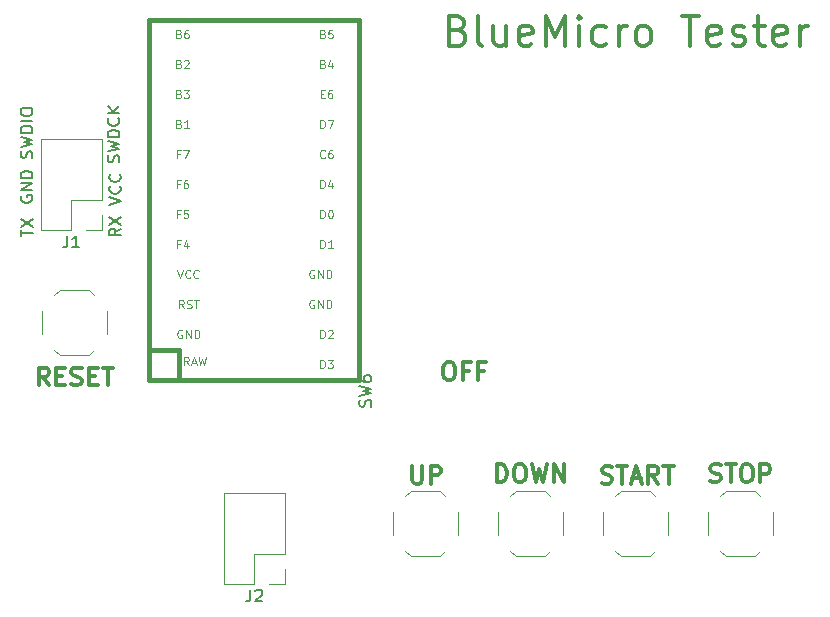
<source format=gbr>
G04 #@! TF.GenerationSoftware,KiCad,Pcbnew,(5.0.0)*
G04 #@! TF.CreationDate,2018-09-23T18:34:32-06:00*
G04 #@! TF.ProjectId,EByte_E73_tester,45427974655F4537335F746573746572,rev?*
G04 #@! TF.SameCoordinates,Original*
G04 #@! TF.FileFunction,Legend,Top*
G04 #@! TF.FilePolarity,Positive*
%FSLAX46Y46*%
G04 Gerber Fmt 4.6, Leading zero omitted, Abs format (unit mm)*
G04 Created by KiCad (PCBNEW (5.0.0)) date 09/23/18 18:34:32*
%MOMM*%
%LPD*%
G01*
G04 APERTURE LIST*
%ADD10C,0.300000*%
%ADD11C,0.150000*%
%ADD12C,0.381000*%
%ADD13C,0.120000*%
%ADD14C,0.100000*%
G04 APERTURE END LIST*
D10*
X98901428Y-112589571D02*
X99187142Y-112589571D01*
X99330000Y-112661000D01*
X99472857Y-112803857D01*
X99544285Y-113089571D01*
X99544285Y-113589571D01*
X99472857Y-113875285D01*
X99330000Y-114018142D01*
X99187142Y-114089571D01*
X98901428Y-114089571D01*
X98758571Y-114018142D01*
X98615714Y-113875285D01*
X98544285Y-113589571D01*
X98544285Y-113089571D01*
X98615714Y-112803857D01*
X98758571Y-112661000D01*
X98901428Y-112589571D01*
X100687142Y-113303857D02*
X100187142Y-113303857D01*
X100187142Y-114089571D02*
X100187142Y-112589571D01*
X100901428Y-112589571D01*
X101972857Y-113303857D02*
X101472857Y-113303857D01*
X101472857Y-114089571D02*
X101472857Y-112589571D01*
X102187142Y-112589571D01*
X99819809Y-84466928D02*
X100176952Y-84585976D01*
X100296000Y-84705023D01*
X100415047Y-84943119D01*
X100415047Y-85300261D01*
X100296000Y-85538357D01*
X100176952Y-85657404D01*
X99938857Y-85776452D01*
X98986476Y-85776452D01*
X98986476Y-83276452D01*
X99819809Y-83276452D01*
X100057904Y-83395500D01*
X100176952Y-83514547D01*
X100296000Y-83752642D01*
X100296000Y-83990738D01*
X100176952Y-84228833D01*
X100057904Y-84347880D01*
X99819809Y-84466928D01*
X98986476Y-84466928D01*
X101843619Y-85776452D02*
X101605523Y-85657404D01*
X101486476Y-85419309D01*
X101486476Y-83276452D01*
X103867428Y-84109785D02*
X103867428Y-85776452D01*
X102796000Y-84109785D02*
X102796000Y-85419309D01*
X102915047Y-85657404D01*
X103153142Y-85776452D01*
X103510285Y-85776452D01*
X103748380Y-85657404D01*
X103867428Y-85538357D01*
X106010285Y-85657404D02*
X105772190Y-85776452D01*
X105296000Y-85776452D01*
X105057904Y-85657404D01*
X104938857Y-85419309D01*
X104938857Y-84466928D01*
X105057904Y-84228833D01*
X105296000Y-84109785D01*
X105772190Y-84109785D01*
X106010285Y-84228833D01*
X106129333Y-84466928D01*
X106129333Y-84705023D01*
X104938857Y-84943119D01*
X107200761Y-85776452D02*
X107200761Y-83276452D01*
X108034095Y-85062166D01*
X108867428Y-83276452D01*
X108867428Y-85776452D01*
X110057904Y-85776452D02*
X110057904Y-84109785D01*
X110057904Y-83276452D02*
X109938857Y-83395500D01*
X110057904Y-83514547D01*
X110176952Y-83395500D01*
X110057904Y-83276452D01*
X110057904Y-83514547D01*
X112319809Y-85657404D02*
X112081714Y-85776452D01*
X111605523Y-85776452D01*
X111367428Y-85657404D01*
X111248380Y-85538357D01*
X111129333Y-85300261D01*
X111129333Y-84585976D01*
X111248380Y-84347880D01*
X111367428Y-84228833D01*
X111605523Y-84109785D01*
X112081714Y-84109785D01*
X112319809Y-84228833D01*
X113391238Y-85776452D02*
X113391238Y-84109785D01*
X113391238Y-84585976D02*
X113510285Y-84347880D01*
X113629333Y-84228833D01*
X113867428Y-84109785D01*
X114105523Y-84109785D01*
X115296000Y-85776452D02*
X115057904Y-85657404D01*
X114938857Y-85538357D01*
X114819809Y-85300261D01*
X114819809Y-84585976D01*
X114938857Y-84347880D01*
X115057904Y-84228833D01*
X115296000Y-84109785D01*
X115653142Y-84109785D01*
X115891238Y-84228833D01*
X116010285Y-84347880D01*
X116129333Y-84585976D01*
X116129333Y-85300261D01*
X116010285Y-85538357D01*
X115891238Y-85657404D01*
X115653142Y-85776452D01*
X115296000Y-85776452D01*
X118748380Y-83276452D02*
X120176952Y-83276452D01*
X119462666Y-85776452D02*
X119462666Y-83276452D01*
X121962666Y-85657404D02*
X121724571Y-85776452D01*
X121248380Y-85776452D01*
X121010285Y-85657404D01*
X120891238Y-85419309D01*
X120891238Y-84466928D01*
X121010285Y-84228833D01*
X121248380Y-84109785D01*
X121724571Y-84109785D01*
X121962666Y-84228833D01*
X122081714Y-84466928D01*
X122081714Y-84705023D01*
X120891238Y-84943119D01*
X123034095Y-85657404D02*
X123272190Y-85776452D01*
X123748380Y-85776452D01*
X123986476Y-85657404D01*
X124105523Y-85419309D01*
X124105523Y-85300261D01*
X123986476Y-85062166D01*
X123748380Y-84943119D01*
X123391238Y-84943119D01*
X123153142Y-84824071D01*
X123034095Y-84585976D01*
X123034095Y-84466928D01*
X123153142Y-84228833D01*
X123391238Y-84109785D01*
X123748380Y-84109785D01*
X123986476Y-84228833D01*
X124819809Y-84109785D02*
X125772190Y-84109785D01*
X125176952Y-83276452D02*
X125176952Y-85419309D01*
X125295999Y-85657404D01*
X125534095Y-85776452D01*
X125772190Y-85776452D01*
X127557904Y-85657404D02*
X127319809Y-85776452D01*
X126843619Y-85776452D01*
X126605523Y-85657404D01*
X126486476Y-85419309D01*
X126486476Y-84466928D01*
X126605523Y-84228833D01*
X126843619Y-84109785D01*
X127319809Y-84109785D01*
X127557904Y-84228833D01*
X127676952Y-84466928D01*
X127676952Y-84705023D01*
X126486476Y-84943119D01*
X128748380Y-85776452D02*
X128748380Y-84109785D01*
X128748380Y-84585976D02*
X128867428Y-84347880D01*
X128986476Y-84228833D01*
X129224571Y-84109785D01*
X129462666Y-84109785D01*
X95912928Y-121352571D02*
X95912928Y-122566857D01*
X95984357Y-122709714D01*
X96055785Y-122781142D01*
X96198642Y-122852571D01*
X96484357Y-122852571D01*
X96627214Y-122781142D01*
X96698642Y-122709714D01*
X96770071Y-122566857D01*
X96770071Y-121352571D01*
X97484357Y-122852571D02*
X97484357Y-121352571D01*
X98055785Y-121352571D01*
X98198642Y-121424000D01*
X98270071Y-121495428D01*
X98341500Y-121638285D01*
X98341500Y-121852571D01*
X98270071Y-121995428D01*
X98198642Y-122066857D01*
X98055785Y-122138285D01*
X97484357Y-122138285D01*
X103096571Y-122725571D02*
X103096571Y-121225571D01*
X103453714Y-121225571D01*
X103668000Y-121297000D01*
X103810857Y-121439857D01*
X103882285Y-121582714D01*
X103953714Y-121868428D01*
X103953714Y-122082714D01*
X103882285Y-122368428D01*
X103810857Y-122511285D01*
X103668000Y-122654142D01*
X103453714Y-122725571D01*
X103096571Y-122725571D01*
X104882285Y-121225571D02*
X105168000Y-121225571D01*
X105310857Y-121297000D01*
X105453714Y-121439857D01*
X105525142Y-121725571D01*
X105525142Y-122225571D01*
X105453714Y-122511285D01*
X105310857Y-122654142D01*
X105168000Y-122725571D01*
X104882285Y-122725571D01*
X104739428Y-122654142D01*
X104596571Y-122511285D01*
X104525142Y-122225571D01*
X104525142Y-121725571D01*
X104596571Y-121439857D01*
X104739428Y-121297000D01*
X104882285Y-121225571D01*
X106025142Y-121225571D02*
X106382285Y-122725571D01*
X106668000Y-121654142D01*
X106953714Y-122725571D01*
X107310857Y-121225571D01*
X107882285Y-122725571D02*
X107882285Y-121225571D01*
X108739428Y-122725571D01*
X108739428Y-121225571D01*
X111970714Y-122781142D02*
X112185000Y-122852571D01*
X112542142Y-122852571D01*
X112685000Y-122781142D01*
X112756428Y-122709714D01*
X112827857Y-122566857D01*
X112827857Y-122424000D01*
X112756428Y-122281142D01*
X112685000Y-122209714D01*
X112542142Y-122138285D01*
X112256428Y-122066857D01*
X112113571Y-121995428D01*
X112042142Y-121924000D01*
X111970714Y-121781142D01*
X111970714Y-121638285D01*
X112042142Y-121495428D01*
X112113571Y-121424000D01*
X112256428Y-121352571D01*
X112613571Y-121352571D01*
X112827857Y-121424000D01*
X113256428Y-121352571D02*
X114113571Y-121352571D01*
X113685000Y-122852571D02*
X113685000Y-121352571D01*
X114542142Y-122424000D02*
X115256428Y-122424000D01*
X114399285Y-122852571D02*
X114899285Y-121352571D01*
X115399285Y-122852571D01*
X116756428Y-122852571D02*
X116256428Y-122138285D01*
X115899285Y-122852571D02*
X115899285Y-121352571D01*
X116470714Y-121352571D01*
X116613571Y-121424000D01*
X116685000Y-121495428D01*
X116756428Y-121638285D01*
X116756428Y-121852571D01*
X116685000Y-121995428D01*
X116613571Y-122066857D01*
X116470714Y-122138285D01*
X115899285Y-122138285D01*
X117185000Y-121352571D02*
X118042142Y-121352571D01*
X117613571Y-122852571D02*
X117613571Y-121352571D01*
X121162285Y-122654142D02*
X121376571Y-122725571D01*
X121733714Y-122725571D01*
X121876571Y-122654142D01*
X121948000Y-122582714D01*
X122019428Y-122439857D01*
X122019428Y-122297000D01*
X121948000Y-122154142D01*
X121876571Y-122082714D01*
X121733714Y-122011285D01*
X121448000Y-121939857D01*
X121305142Y-121868428D01*
X121233714Y-121797000D01*
X121162285Y-121654142D01*
X121162285Y-121511285D01*
X121233714Y-121368428D01*
X121305142Y-121297000D01*
X121448000Y-121225571D01*
X121805142Y-121225571D01*
X122019428Y-121297000D01*
X122448000Y-121225571D02*
X123305142Y-121225571D01*
X122876571Y-122725571D02*
X122876571Y-121225571D01*
X124090857Y-121225571D02*
X124376571Y-121225571D01*
X124519428Y-121297000D01*
X124662285Y-121439857D01*
X124733714Y-121725571D01*
X124733714Y-122225571D01*
X124662285Y-122511285D01*
X124519428Y-122654142D01*
X124376571Y-122725571D01*
X124090857Y-122725571D01*
X123948000Y-122654142D01*
X123805142Y-122511285D01*
X123733714Y-122225571D01*
X123733714Y-121725571D01*
X123805142Y-121439857D01*
X123948000Y-121297000D01*
X124090857Y-121225571D01*
X125376571Y-122725571D02*
X125376571Y-121225571D01*
X125948000Y-121225571D01*
X126090857Y-121297000D01*
X126162285Y-121368428D01*
X126233714Y-121511285D01*
X126233714Y-121725571D01*
X126162285Y-121868428D01*
X126090857Y-121939857D01*
X125948000Y-122011285D01*
X125376571Y-122011285D01*
X65131428Y-114534071D02*
X64631428Y-113819785D01*
X64274285Y-114534071D02*
X64274285Y-113034071D01*
X64845714Y-113034071D01*
X64988571Y-113105500D01*
X65060000Y-113176928D01*
X65131428Y-113319785D01*
X65131428Y-113534071D01*
X65060000Y-113676928D01*
X64988571Y-113748357D01*
X64845714Y-113819785D01*
X64274285Y-113819785D01*
X65774285Y-113748357D02*
X66274285Y-113748357D01*
X66488571Y-114534071D02*
X65774285Y-114534071D01*
X65774285Y-113034071D01*
X66488571Y-113034071D01*
X67060000Y-114462642D02*
X67274285Y-114534071D01*
X67631428Y-114534071D01*
X67774285Y-114462642D01*
X67845714Y-114391214D01*
X67917142Y-114248357D01*
X67917142Y-114105500D01*
X67845714Y-113962642D01*
X67774285Y-113891214D01*
X67631428Y-113819785D01*
X67345714Y-113748357D01*
X67202857Y-113676928D01*
X67131428Y-113605500D01*
X67060000Y-113462642D01*
X67060000Y-113319785D01*
X67131428Y-113176928D01*
X67202857Y-113105500D01*
X67345714Y-113034071D01*
X67702857Y-113034071D01*
X67917142Y-113105500D01*
X68560000Y-113748357D02*
X69060000Y-113748357D01*
X69274285Y-114534071D02*
X68560000Y-114534071D01*
X68560000Y-113034071D01*
X69274285Y-113034071D01*
X69702857Y-113034071D02*
X70560000Y-113034071D01*
X70131428Y-114534071D02*
X70131428Y-113034071D01*
D11*
X62825380Y-101917404D02*
X62825380Y-101345976D01*
X63825380Y-101631690D02*
X62825380Y-101631690D01*
X62825380Y-101107880D02*
X63825380Y-100441214D01*
X62825380Y-100441214D02*
X63825380Y-101107880D01*
X71254880Y-101258666D02*
X70778690Y-101592000D01*
X71254880Y-101830095D02*
X70254880Y-101830095D01*
X70254880Y-101449142D01*
X70302500Y-101353904D01*
X70350119Y-101306285D01*
X70445357Y-101258666D01*
X70588214Y-101258666D01*
X70683452Y-101306285D01*
X70731071Y-101353904D01*
X70778690Y-101449142D01*
X70778690Y-101830095D01*
X70254880Y-100925333D02*
X71254880Y-100258666D01*
X70254880Y-100258666D02*
X71254880Y-100925333D01*
X71080261Y-95638642D02*
X71127880Y-95495785D01*
X71127880Y-95257690D01*
X71080261Y-95162452D01*
X71032642Y-95114833D01*
X70937404Y-95067214D01*
X70842166Y-95067214D01*
X70746928Y-95114833D01*
X70699309Y-95162452D01*
X70651690Y-95257690D01*
X70604071Y-95448166D01*
X70556452Y-95543404D01*
X70508833Y-95591023D01*
X70413595Y-95638642D01*
X70318357Y-95638642D01*
X70223119Y-95591023D01*
X70175500Y-95543404D01*
X70127880Y-95448166D01*
X70127880Y-95210071D01*
X70175500Y-95067214D01*
X70127880Y-94733880D02*
X71127880Y-94495785D01*
X70413595Y-94305309D01*
X71127880Y-94114833D01*
X70127880Y-93876738D01*
X71127880Y-93495785D02*
X70127880Y-93495785D01*
X70127880Y-93257690D01*
X70175500Y-93114833D01*
X70270738Y-93019595D01*
X70365976Y-92971976D01*
X70556452Y-92924357D01*
X70699309Y-92924357D01*
X70889785Y-92971976D01*
X70985023Y-93019595D01*
X71080261Y-93114833D01*
X71127880Y-93257690D01*
X71127880Y-93495785D01*
X71032642Y-91924357D02*
X71080261Y-91971976D01*
X71127880Y-92114833D01*
X71127880Y-92210071D01*
X71080261Y-92352928D01*
X70985023Y-92448166D01*
X70889785Y-92495785D01*
X70699309Y-92543404D01*
X70556452Y-92543404D01*
X70365976Y-92495785D01*
X70270738Y-92448166D01*
X70175500Y-92352928D01*
X70127880Y-92210071D01*
X70127880Y-92114833D01*
X70175500Y-91971976D01*
X70223119Y-91924357D01*
X71127880Y-91495785D02*
X70127880Y-91495785D01*
X71127880Y-90924357D02*
X70556452Y-91352928D01*
X70127880Y-90924357D02*
X70699309Y-91495785D01*
X63714261Y-95273547D02*
X63761880Y-95130690D01*
X63761880Y-94892595D01*
X63714261Y-94797357D01*
X63666642Y-94749738D01*
X63571404Y-94702119D01*
X63476166Y-94702119D01*
X63380928Y-94749738D01*
X63333309Y-94797357D01*
X63285690Y-94892595D01*
X63238071Y-95083071D01*
X63190452Y-95178309D01*
X63142833Y-95225928D01*
X63047595Y-95273547D01*
X62952357Y-95273547D01*
X62857119Y-95225928D01*
X62809500Y-95178309D01*
X62761880Y-95083071D01*
X62761880Y-94844976D01*
X62809500Y-94702119D01*
X62761880Y-94368785D02*
X63761880Y-94130690D01*
X63047595Y-93940214D01*
X63761880Y-93749738D01*
X62761880Y-93511642D01*
X63761880Y-93130690D02*
X62761880Y-93130690D01*
X62761880Y-92892595D01*
X62809500Y-92749738D01*
X62904738Y-92654500D01*
X62999976Y-92606880D01*
X63190452Y-92559261D01*
X63333309Y-92559261D01*
X63523785Y-92606880D01*
X63619023Y-92654500D01*
X63714261Y-92749738D01*
X63761880Y-92892595D01*
X63761880Y-93130690D01*
X63761880Y-92130690D02*
X62761880Y-92130690D01*
X62761880Y-91464023D02*
X62761880Y-91273547D01*
X62809500Y-91178309D01*
X62904738Y-91083071D01*
X63095214Y-91035452D01*
X63428547Y-91035452D01*
X63619023Y-91083071D01*
X63714261Y-91178309D01*
X63761880Y-91273547D01*
X63761880Y-91464023D01*
X63714261Y-91559261D01*
X63619023Y-91654500D01*
X63428547Y-91702119D01*
X63095214Y-91702119D01*
X62904738Y-91654500D01*
X62809500Y-91559261D01*
X62761880Y-91464023D01*
X62809500Y-98488404D02*
X62761880Y-98583642D01*
X62761880Y-98726500D01*
X62809500Y-98869357D01*
X62904738Y-98964595D01*
X62999976Y-99012214D01*
X63190452Y-99059833D01*
X63333309Y-99059833D01*
X63523785Y-99012214D01*
X63619023Y-98964595D01*
X63714261Y-98869357D01*
X63761880Y-98726500D01*
X63761880Y-98631261D01*
X63714261Y-98488404D01*
X63666642Y-98440785D01*
X63333309Y-98440785D01*
X63333309Y-98631261D01*
X63761880Y-98012214D02*
X62761880Y-98012214D01*
X63761880Y-97440785D01*
X62761880Y-97440785D01*
X63761880Y-96964595D02*
X62761880Y-96964595D01*
X62761880Y-96726500D01*
X62809500Y-96583642D01*
X62904738Y-96488404D01*
X62999976Y-96440785D01*
X63190452Y-96393166D01*
X63333309Y-96393166D01*
X63523785Y-96440785D01*
X63619023Y-96488404D01*
X63714261Y-96583642D01*
X63761880Y-96726500D01*
X63761880Y-96964595D01*
X70254880Y-99250333D02*
X71254880Y-98917000D01*
X70254880Y-98583666D01*
X71159642Y-97678904D02*
X71207261Y-97726523D01*
X71254880Y-97869380D01*
X71254880Y-97964619D01*
X71207261Y-98107476D01*
X71112023Y-98202714D01*
X71016785Y-98250333D01*
X70826309Y-98297952D01*
X70683452Y-98297952D01*
X70492976Y-98250333D01*
X70397738Y-98202714D01*
X70302500Y-98107476D01*
X70254880Y-97964619D01*
X70254880Y-97869380D01*
X70302500Y-97726523D01*
X70350119Y-97678904D01*
X71159642Y-96678904D02*
X71207261Y-96726523D01*
X71254880Y-96869380D01*
X71254880Y-96964619D01*
X71207261Y-97107476D01*
X71112023Y-97202714D01*
X71016785Y-97250333D01*
X70826309Y-97297952D01*
X70683452Y-97297952D01*
X70492976Y-97250333D01*
X70397738Y-97202714D01*
X70302500Y-97107476D01*
X70254880Y-96964619D01*
X70254880Y-96869380D01*
X70302500Y-96726523D01*
X70350119Y-96678904D01*
D12*
G04 #@! TO.C,U2*
X76200000Y-111506000D02*
X73660000Y-111506000D01*
X76200000Y-114046000D02*
X76200000Y-111506000D01*
X91440000Y-83566000D02*
X91440000Y-114046000D01*
X73660000Y-83566000D02*
X91440000Y-83566000D01*
X73660000Y-114046000D02*
X73660000Y-83566000D01*
X91440000Y-114046000D02*
X73660000Y-114046000D01*
D13*
G04 #@! TO.C,J1*
X69656000Y-93666000D02*
X64456000Y-93666000D01*
X69656000Y-98806000D02*
X69656000Y-93666000D01*
X64456000Y-101406000D02*
X64456000Y-93666000D01*
X69656000Y-98806000D02*
X67056000Y-98806000D01*
X67056000Y-98806000D02*
X67056000Y-101406000D01*
X67056000Y-101406000D02*
X64456000Y-101406000D01*
X69656000Y-100076000D02*
X69656000Y-101406000D01*
X69656000Y-101406000D02*
X68326000Y-101406000D01*
G04 #@! TO.C,J2*
X85150000Y-123638000D02*
X79950000Y-123638000D01*
X85150000Y-128778000D02*
X85150000Y-123638000D01*
X79950000Y-131378000D02*
X79950000Y-123638000D01*
X85150000Y-128778000D02*
X82550000Y-128778000D01*
X82550000Y-128778000D02*
X82550000Y-131378000D01*
X82550000Y-131378000D02*
X79950000Y-131378000D01*
X85150000Y-130048000D02*
X85150000Y-131378000D01*
X85150000Y-131378000D02*
X83820000Y-131378000D01*
G04 #@! TO.C,SW2*
X65610000Y-111520000D02*
X66060000Y-111970000D01*
X69010000Y-111520000D02*
X68560000Y-111970000D01*
X69010000Y-106920000D02*
X68560000Y-106470000D01*
X65610000Y-106920000D02*
X66060000Y-106470000D01*
X70060000Y-108220000D02*
X70060000Y-110220000D01*
X66060000Y-111970000D02*
X68560000Y-111970000D01*
X64560000Y-108220000D02*
X64560000Y-110220000D01*
X66060000Y-106470000D02*
X68560000Y-106470000D01*
G04 #@! TO.C,SW1*
X95778000Y-123488000D02*
X98278000Y-123488000D01*
X94278000Y-125238000D02*
X94278000Y-127238000D01*
X95778000Y-128988000D02*
X98278000Y-128988000D01*
X99778000Y-125238000D02*
X99778000Y-127238000D01*
X95328000Y-123938000D02*
X95778000Y-123488000D01*
X98728000Y-123938000D02*
X98278000Y-123488000D01*
X98728000Y-128538000D02*
X98278000Y-128988000D01*
X95328000Y-128538000D02*
X95778000Y-128988000D01*
G04 #@! TO.C,SW3*
X104218000Y-128538000D02*
X104668000Y-128988000D01*
X107618000Y-128538000D02*
X107168000Y-128988000D01*
X107618000Y-123938000D02*
X107168000Y-123488000D01*
X104218000Y-123938000D02*
X104668000Y-123488000D01*
X108668000Y-125238000D02*
X108668000Y-127238000D01*
X104668000Y-128988000D02*
X107168000Y-128988000D01*
X103168000Y-125238000D02*
X103168000Y-127238000D01*
X104668000Y-123488000D02*
X107168000Y-123488000D01*
G04 #@! TO.C,SW4*
X122448000Y-123488000D02*
X124948000Y-123488000D01*
X120948000Y-125238000D02*
X120948000Y-127238000D01*
X122448000Y-128988000D02*
X124948000Y-128988000D01*
X126448000Y-125238000D02*
X126448000Y-127238000D01*
X121998000Y-123938000D02*
X122448000Y-123488000D01*
X125398000Y-123938000D02*
X124948000Y-123488000D01*
X125398000Y-128538000D02*
X124948000Y-128988000D01*
X121998000Y-128538000D02*
X122448000Y-128988000D01*
G04 #@! TO.C,SW5*
X113108000Y-128538000D02*
X113558000Y-128988000D01*
X116508000Y-128538000D02*
X116058000Y-128988000D01*
X116508000Y-123938000D02*
X116058000Y-123488000D01*
X113108000Y-123938000D02*
X113558000Y-123488000D01*
X117558000Y-125238000D02*
X117558000Y-127238000D01*
X113558000Y-128988000D02*
X116058000Y-128988000D01*
X112058000Y-125238000D02*
X112058000Y-127238000D01*
X113558000Y-123488000D02*
X116058000Y-123488000D01*
G04 #@! TO.C,U2*
D14*
X76986666Y-112838666D02*
X76753333Y-112505333D01*
X76586666Y-112838666D02*
X76586666Y-112138666D01*
X76853333Y-112138666D01*
X76920000Y-112172000D01*
X76953333Y-112205333D01*
X76986666Y-112272000D01*
X76986666Y-112372000D01*
X76953333Y-112438666D01*
X76920000Y-112472000D01*
X76853333Y-112505333D01*
X76586666Y-112505333D01*
X77253333Y-112638666D02*
X77586666Y-112638666D01*
X77186666Y-112838666D02*
X77420000Y-112138666D01*
X77653333Y-112838666D01*
X77820000Y-112138666D02*
X77986666Y-112838666D01*
X78120000Y-112338666D01*
X78253333Y-112838666D01*
X78420000Y-112138666D01*
X76428666Y-109886000D02*
X76362000Y-109852666D01*
X76262000Y-109852666D01*
X76162000Y-109886000D01*
X76095333Y-109952666D01*
X76062000Y-110019333D01*
X76028666Y-110152666D01*
X76028666Y-110252666D01*
X76062000Y-110386000D01*
X76095333Y-110452666D01*
X76162000Y-110519333D01*
X76262000Y-110552666D01*
X76328666Y-110552666D01*
X76428666Y-110519333D01*
X76462000Y-110486000D01*
X76462000Y-110252666D01*
X76328666Y-110252666D01*
X76762000Y-110552666D02*
X76762000Y-109852666D01*
X77162000Y-110552666D01*
X77162000Y-109852666D01*
X77495333Y-110552666D02*
X77495333Y-109852666D01*
X77662000Y-109852666D01*
X77762000Y-109886000D01*
X77828666Y-109952666D01*
X77862000Y-110019333D01*
X77895333Y-110152666D01*
X77895333Y-110252666D01*
X77862000Y-110386000D01*
X77828666Y-110452666D01*
X77762000Y-110519333D01*
X77662000Y-110552666D01*
X77495333Y-110552666D01*
X76578666Y-108012666D02*
X76345333Y-107679333D01*
X76178666Y-108012666D02*
X76178666Y-107312666D01*
X76445333Y-107312666D01*
X76512000Y-107346000D01*
X76545333Y-107379333D01*
X76578666Y-107446000D01*
X76578666Y-107546000D01*
X76545333Y-107612666D01*
X76512000Y-107646000D01*
X76445333Y-107679333D01*
X76178666Y-107679333D01*
X76845333Y-107979333D02*
X76945333Y-108012666D01*
X77112000Y-108012666D01*
X77178666Y-107979333D01*
X77212000Y-107946000D01*
X77245333Y-107879333D01*
X77245333Y-107812666D01*
X77212000Y-107746000D01*
X77178666Y-107712666D01*
X77112000Y-107679333D01*
X76978666Y-107646000D01*
X76912000Y-107612666D01*
X76878666Y-107579333D01*
X76845333Y-107512666D01*
X76845333Y-107446000D01*
X76878666Y-107379333D01*
X76912000Y-107346000D01*
X76978666Y-107312666D01*
X77145333Y-107312666D01*
X77245333Y-107346000D01*
X77445333Y-107312666D02*
X77845333Y-107312666D01*
X77645333Y-108012666D02*
X77645333Y-107312666D01*
X76028666Y-104772666D02*
X76262000Y-105472666D01*
X76495333Y-104772666D01*
X77128666Y-105406000D02*
X77095333Y-105439333D01*
X76995333Y-105472666D01*
X76928666Y-105472666D01*
X76828666Y-105439333D01*
X76762000Y-105372666D01*
X76728666Y-105306000D01*
X76695333Y-105172666D01*
X76695333Y-105072666D01*
X76728666Y-104939333D01*
X76762000Y-104872666D01*
X76828666Y-104806000D01*
X76928666Y-104772666D01*
X76995333Y-104772666D01*
X77095333Y-104806000D01*
X77128666Y-104839333D01*
X77828666Y-105406000D02*
X77795333Y-105439333D01*
X77695333Y-105472666D01*
X77628666Y-105472666D01*
X77528666Y-105439333D01*
X77462000Y-105372666D01*
X77428666Y-105306000D01*
X77395333Y-105172666D01*
X77395333Y-105072666D01*
X77428666Y-104939333D01*
X77462000Y-104872666D01*
X77528666Y-104806000D01*
X77628666Y-104772666D01*
X77695333Y-104772666D01*
X77795333Y-104806000D01*
X77828666Y-104839333D01*
X76220666Y-102566000D02*
X75987333Y-102566000D01*
X75987333Y-102932666D02*
X75987333Y-102232666D01*
X76320666Y-102232666D01*
X76887333Y-102466000D02*
X76887333Y-102932666D01*
X76720666Y-102199333D02*
X76554000Y-102699333D01*
X76987333Y-102699333D01*
X76220666Y-100026000D02*
X75987333Y-100026000D01*
X75987333Y-100392666D02*
X75987333Y-99692666D01*
X76320666Y-99692666D01*
X76920666Y-99692666D02*
X76587333Y-99692666D01*
X76554000Y-100026000D01*
X76587333Y-99992666D01*
X76654000Y-99959333D01*
X76820666Y-99959333D01*
X76887333Y-99992666D01*
X76920666Y-100026000D01*
X76954000Y-100092666D01*
X76954000Y-100259333D01*
X76920666Y-100326000D01*
X76887333Y-100359333D01*
X76820666Y-100392666D01*
X76654000Y-100392666D01*
X76587333Y-100359333D01*
X76554000Y-100326000D01*
X76220666Y-94946000D02*
X75987333Y-94946000D01*
X75987333Y-95312666D02*
X75987333Y-94612666D01*
X76320666Y-94612666D01*
X76520666Y-94612666D02*
X76987333Y-94612666D01*
X76687333Y-95312666D01*
X76220666Y-97486000D02*
X75987333Y-97486000D01*
X75987333Y-97852666D02*
X75987333Y-97152666D01*
X76320666Y-97152666D01*
X76887333Y-97152666D02*
X76754000Y-97152666D01*
X76687333Y-97186000D01*
X76654000Y-97219333D01*
X76587333Y-97319333D01*
X76554000Y-97452666D01*
X76554000Y-97719333D01*
X76587333Y-97786000D01*
X76620666Y-97819333D01*
X76687333Y-97852666D01*
X76820666Y-97852666D01*
X76887333Y-97819333D01*
X76920666Y-97786000D01*
X76954000Y-97719333D01*
X76954000Y-97552666D01*
X76920666Y-97486000D01*
X76887333Y-97452666D01*
X76820666Y-97419333D01*
X76687333Y-97419333D01*
X76620666Y-97452666D01*
X76587333Y-97486000D01*
X76554000Y-97552666D01*
X76170666Y-92406000D02*
X76270666Y-92439333D01*
X76304000Y-92472666D01*
X76337333Y-92539333D01*
X76337333Y-92639333D01*
X76304000Y-92706000D01*
X76270666Y-92739333D01*
X76204000Y-92772666D01*
X75937333Y-92772666D01*
X75937333Y-92072666D01*
X76170666Y-92072666D01*
X76237333Y-92106000D01*
X76270666Y-92139333D01*
X76304000Y-92206000D01*
X76304000Y-92272666D01*
X76270666Y-92339333D01*
X76237333Y-92372666D01*
X76170666Y-92406000D01*
X75937333Y-92406000D01*
X77004000Y-92772666D02*
X76604000Y-92772666D01*
X76804000Y-92772666D02*
X76804000Y-92072666D01*
X76737333Y-92172666D01*
X76670666Y-92239333D01*
X76604000Y-92272666D01*
X76170666Y-89866000D02*
X76270666Y-89899333D01*
X76304000Y-89932666D01*
X76337333Y-89999333D01*
X76337333Y-90099333D01*
X76304000Y-90166000D01*
X76270666Y-90199333D01*
X76204000Y-90232666D01*
X75937333Y-90232666D01*
X75937333Y-89532666D01*
X76170666Y-89532666D01*
X76237333Y-89566000D01*
X76270666Y-89599333D01*
X76304000Y-89666000D01*
X76304000Y-89732666D01*
X76270666Y-89799333D01*
X76237333Y-89832666D01*
X76170666Y-89866000D01*
X75937333Y-89866000D01*
X76570666Y-89532666D02*
X77004000Y-89532666D01*
X76770666Y-89799333D01*
X76870666Y-89799333D01*
X76937333Y-89832666D01*
X76970666Y-89866000D01*
X77004000Y-89932666D01*
X77004000Y-90099333D01*
X76970666Y-90166000D01*
X76937333Y-90199333D01*
X76870666Y-90232666D01*
X76670666Y-90232666D01*
X76604000Y-90199333D01*
X76570666Y-90166000D01*
X76170666Y-87326000D02*
X76270666Y-87359333D01*
X76304000Y-87392666D01*
X76337333Y-87459333D01*
X76337333Y-87559333D01*
X76304000Y-87626000D01*
X76270666Y-87659333D01*
X76204000Y-87692666D01*
X75937333Y-87692666D01*
X75937333Y-86992666D01*
X76170666Y-86992666D01*
X76237333Y-87026000D01*
X76270666Y-87059333D01*
X76304000Y-87126000D01*
X76304000Y-87192666D01*
X76270666Y-87259333D01*
X76237333Y-87292666D01*
X76170666Y-87326000D01*
X75937333Y-87326000D01*
X76604000Y-87059333D02*
X76637333Y-87026000D01*
X76704000Y-86992666D01*
X76870666Y-86992666D01*
X76937333Y-87026000D01*
X76970666Y-87059333D01*
X77004000Y-87126000D01*
X77004000Y-87192666D01*
X76970666Y-87292666D01*
X76570666Y-87692666D01*
X77004000Y-87692666D01*
X76170666Y-84786000D02*
X76270666Y-84819333D01*
X76304000Y-84852666D01*
X76337333Y-84919333D01*
X76337333Y-85019333D01*
X76304000Y-85086000D01*
X76270666Y-85119333D01*
X76204000Y-85152666D01*
X75937333Y-85152666D01*
X75937333Y-84452666D01*
X76170666Y-84452666D01*
X76237333Y-84486000D01*
X76270666Y-84519333D01*
X76304000Y-84586000D01*
X76304000Y-84652666D01*
X76270666Y-84719333D01*
X76237333Y-84752666D01*
X76170666Y-84786000D01*
X75937333Y-84786000D01*
X76937333Y-84452666D02*
X76804000Y-84452666D01*
X76737333Y-84486000D01*
X76704000Y-84519333D01*
X76637333Y-84619333D01*
X76604000Y-84752666D01*
X76604000Y-85019333D01*
X76637333Y-85086000D01*
X76670666Y-85119333D01*
X76737333Y-85152666D01*
X76870666Y-85152666D01*
X76937333Y-85119333D01*
X76970666Y-85086000D01*
X77004000Y-85019333D01*
X77004000Y-84852666D01*
X76970666Y-84786000D01*
X76937333Y-84752666D01*
X76870666Y-84719333D01*
X76737333Y-84719333D01*
X76670666Y-84752666D01*
X76637333Y-84786000D01*
X76604000Y-84852666D01*
X88129333Y-113092666D02*
X88129333Y-112392666D01*
X88296000Y-112392666D01*
X88396000Y-112426000D01*
X88462666Y-112492666D01*
X88496000Y-112559333D01*
X88529333Y-112692666D01*
X88529333Y-112792666D01*
X88496000Y-112926000D01*
X88462666Y-112992666D01*
X88396000Y-113059333D01*
X88296000Y-113092666D01*
X88129333Y-113092666D01*
X88762666Y-112392666D02*
X89196000Y-112392666D01*
X88962666Y-112659333D01*
X89062666Y-112659333D01*
X89129333Y-112692666D01*
X89162666Y-112726000D01*
X89196000Y-112792666D01*
X89196000Y-112959333D01*
X89162666Y-113026000D01*
X89129333Y-113059333D01*
X89062666Y-113092666D01*
X88862666Y-113092666D01*
X88796000Y-113059333D01*
X88762666Y-113026000D01*
X88129333Y-110552666D02*
X88129333Y-109852666D01*
X88296000Y-109852666D01*
X88396000Y-109886000D01*
X88462666Y-109952666D01*
X88496000Y-110019333D01*
X88529333Y-110152666D01*
X88529333Y-110252666D01*
X88496000Y-110386000D01*
X88462666Y-110452666D01*
X88396000Y-110519333D01*
X88296000Y-110552666D01*
X88129333Y-110552666D01*
X88796000Y-109919333D02*
X88829333Y-109886000D01*
X88896000Y-109852666D01*
X89062666Y-109852666D01*
X89129333Y-109886000D01*
X89162666Y-109919333D01*
X89196000Y-109986000D01*
X89196000Y-110052666D01*
X89162666Y-110152666D01*
X88762666Y-110552666D01*
X89196000Y-110552666D01*
X87604666Y-107346000D02*
X87538000Y-107312666D01*
X87438000Y-107312666D01*
X87338000Y-107346000D01*
X87271333Y-107412666D01*
X87238000Y-107479333D01*
X87204666Y-107612666D01*
X87204666Y-107712666D01*
X87238000Y-107846000D01*
X87271333Y-107912666D01*
X87338000Y-107979333D01*
X87438000Y-108012666D01*
X87504666Y-108012666D01*
X87604666Y-107979333D01*
X87638000Y-107946000D01*
X87638000Y-107712666D01*
X87504666Y-107712666D01*
X87938000Y-108012666D02*
X87938000Y-107312666D01*
X88338000Y-108012666D01*
X88338000Y-107312666D01*
X88671333Y-108012666D02*
X88671333Y-107312666D01*
X88838000Y-107312666D01*
X88938000Y-107346000D01*
X89004666Y-107412666D01*
X89038000Y-107479333D01*
X89071333Y-107612666D01*
X89071333Y-107712666D01*
X89038000Y-107846000D01*
X89004666Y-107912666D01*
X88938000Y-107979333D01*
X88838000Y-108012666D01*
X88671333Y-108012666D01*
X87604666Y-104806000D02*
X87538000Y-104772666D01*
X87438000Y-104772666D01*
X87338000Y-104806000D01*
X87271333Y-104872666D01*
X87238000Y-104939333D01*
X87204666Y-105072666D01*
X87204666Y-105172666D01*
X87238000Y-105306000D01*
X87271333Y-105372666D01*
X87338000Y-105439333D01*
X87438000Y-105472666D01*
X87504666Y-105472666D01*
X87604666Y-105439333D01*
X87638000Y-105406000D01*
X87638000Y-105172666D01*
X87504666Y-105172666D01*
X87938000Y-105472666D02*
X87938000Y-104772666D01*
X88338000Y-105472666D01*
X88338000Y-104772666D01*
X88671333Y-105472666D02*
X88671333Y-104772666D01*
X88838000Y-104772666D01*
X88938000Y-104806000D01*
X89004666Y-104872666D01*
X89038000Y-104939333D01*
X89071333Y-105072666D01*
X89071333Y-105172666D01*
X89038000Y-105306000D01*
X89004666Y-105372666D01*
X88938000Y-105439333D01*
X88838000Y-105472666D01*
X88671333Y-105472666D01*
X88129333Y-102932666D02*
X88129333Y-102232666D01*
X88296000Y-102232666D01*
X88396000Y-102266000D01*
X88462666Y-102332666D01*
X88496000Y-102399333D01*
X88529333Y-102532666D01*
X88529333Y-102632666D01*
X88496000Y-102766000D01*
X88462666Y-102832666D01*
X88396000Y-102899333D01*
X88296000Y-102932666D01*
X88129333Y-102932666D01*
X89196000Y-102932666D02*
X88796000Y-102932666D01*
X88996000Y-102932666D02*
X88996000Y-102232666D01*
X88929333Y-102332666D01*
X88862666Y-102399333D01*
X88796000Y-102432666D01*
X88129333Y-100392666D02*
X88129333Y-99692666D01*
X88296000Y-99692666D01*
X88396000Y-99726000D01*
X88462666Y-99792666D01*
X88496000Y-99859333D01*
X88529333Y-99992666D01*
X88529333Y-100092666D01*
X88496000Y-100226000D01*
X88462666Y-100292666D01*
X88396000Y-100359333D01*
X88296000Y-100392666D01*
X88129333Y-100392666D01*
X88962666Y-99692666D02*
X89029333Y-99692666D01*
X89096000Y-99726000D01*
X89129333Y-99759333D01*
X89162666Y-99826000D01*
X89196000Y-99959333D01*
X89196000Y-100126000D01*
X89162666Y-100259333D01*
X89129333Y-100326000D01*
X89096000Y-100359333D01*
X89029333Y-100392666D01*
X88962666Y-100392666D01*
X88896000Y-100359333D01*
X88862666Y-100326000D01*
X88829333Y-100259333D01*
X88796000Y-100126000D01*
X88796000Y-99959333D01*
X88829333Y-99826000D01*
X88862666Y-99759333D01*
X88896000Y-99726000D01*
X88962666Y-99692666D01*
X88129333Y-97852666D02*
X88129333Y-97152666D01*
X88296000Y-97152666D01*
X88396000Y-97186000D01*
X88462666Y-97252666D01*
X88496000Y-97319333D01*
X88529333Y-97452666D01*
X88529333Y-97552666D01*
X88496000Y-97686000D01*
X88462666Y-97752666D01*
X88396000Y-97819333D01*
X88296000Y-97852666D01*
X88129333Y-97852666D01*
X89129333Y-97386000D02*
X89129333Y-97852666D01*
X88962666Y-97119333D02*
X88796000Y-97619333D01*
X89229333Y-97619333D01*
X88529333Y-95246000D02*
X88496000Y-95279333D01*
X88396000Y-95312666D01*
X88329333Y-95312666D01*
X88229333Y-95279333D01*
X88162666Y-95212666D01*
X88129333Y-95146000D01*
X88096000Y-95012666D01*
X88096000Y-94912666D01*
X88129333Y-94779333D01*
X88162666Y-94712666D01*
X88229333Y-94646000D01*
X88329333Y-94612666D01*
X88396000Y-94612666D01*
X88496000Y-94646000D01*
X88529333Y-94679333D01*
X89129333Y-94612666D02*
X88996000Y-94612666D01*
X88929333Y-94646000D01*
X88896000Y-94679333D01*
X88829333Y-94779333D01*
X88796000Y-94912666D01*
X88796000Y-95179333D01*
X88829333Y-95246000D01*
X88862666Y-95279333D01*
X88929333Y-95312666D01*
X89062666Y-95312666D01*
X89129333Y-95279333D01*
X89162666Y-95246000D01*
X89196000Y-95179333D01*
X89196000Y-95012666D01*
X89162666Y-94946000D01*
X89129333Y-94912666D01*
X89062666Y-94879333D01*
X88929333Y-94879333D01*
X88862666Y-94912666D01*
X88829333Y-94946000D01*
X88796000Y-95012666D01*
X88129333Y-92772666D02*
X88129333Y-92072666D01*
X88296000Y-92072666D01*
X88396000Y-92106000D01*
X88462666Y-92172666D01*
X88496000Y-92239333D01*
X88529333Y-92372666D01*
X88529333Y-92472666D01*
X88496000Y-92606000D01*
X88462666Y-92672666D01*
X88396000Y-92739333D01*
X88296000Y-92772666D01*
X88129333Y-92772666D01*
X88762666Y-92072666D02*
X89229333Y-92072666D01*
X88929333Y-92772666D01*
X88162666Y-89866000D02*
X88396000Y-89866000D01*
X88496000Y-90232666D02*
X88162666Y-90232666D01*
X88162666Y-89532666D01*
X88496000Y-89532666D01*
X89096000Y-89532666D02*
X88962666Y-89532666D01*
X88896000Y-89566000D01*
X88862666Y-89599333D01*
X88796000Y-89699333D01*
X88762666Y-89832666D01*
X88762666Y-90099333D01*
X88796000Y-90166000D01*
X88829333Y-90199333D01*
X88896000Y-90232666D01*
X89029333Y-90232666D01*
X89096000Y-90199333D01*
X89129333Y-90166000D01*
X89162666Y-90099333D01*
X89162666Y-89932666D01*
X89129333Y-89866000D01*
X89096000Y-89832666D01*
X89029333Y-89799333D01*
X88896000Y-89799333D01*
X88829333Y-89832666D01*
X88796000Y-89866000D01*
X88762666Y-89932666D01*
X88362666Y-87326000D02*
X88462666Y-87359333D01*
X88496000Y-87392666D01*
X88529333Y-87459333D01*
X88529333Y-87559333D01*
X88496000Y-87626000D01*
X88462666Y-87659333D01*
X88396000Y-87692666D01*
X88129333Y-87692666D01*
X88129333Y-86992666D01*
X88362666Y-86992666D01*
X88429333Y-87026000D01*
X88462666Y-87059333D01*
X88496000Y-87126000D01*
X88496000Y-87192666D01*
X88462666Y-87259333D01*
X88429333Y-87292666D01*
X88362666Y-87326000D01*
X88129333Y-87326000D01*
X89129333Y-87226000D02*
X89129333Y-87692666D01*
X88962666Y-86959333D02*
X88796000Y-87459333D01*
X89229333Y-87459333D01*
X88362666Y-84786000D02*
X88462666Y-84819333D01*
X88496000Y-84852666D01*
X88529333Y-84919333D01*
X88529333Y-85019333D01*
X88496000Y-85086000D01*
X88462666Y-85119333D01*
X88396000Y-85152666D01*
X88129333Y-85152666D01*
X88129333Y-84452666D01*
X88362666Y-84452666D01*
X88429333Y-84486000D01*
X88462666Y-84519333D01*
X88496000Y-84586000D01*
X88496000Y-84652666D01*
X88462666Y-84719333D01*
X88429333Y-84752666D01*
X88362666Y-84786000D01*
X88129333Y-84786000D01*
X89162666Y-84452666D02*
X88829333Y-84452666D01*
X88796000Y-84786000D01*
X88829333Y-84752666D01*
X88896000Y-84719333D01*
X89062666Y-84719333D01*
X89129333Y-84752666D01*
X89162666Y-84786000D01*
X89196000Y-84852666D01*
X89196000Y-85019333D01*
X89162666Y-85086000D01*
X89129333Y-85119333D01*
X89062666Y-85152666D01*
X88896000Y-85152666D01*
X88829333Y-85119333D01*
X88796000Y-85086000D01*
G04 #@! TO.C,J1*
D11*
X66722666Y-101858380D02*
X66722666Y-102572666D01*
X66675047Y-102715523D01*
X66579809Y-102810761D01*
X66436952Y-102858380D01*
X66341714Y-102858380D01*
X67722666Y-102858380D02*
X67151238Y-102858380D01*
X67436952Y-102858380D02*
X67436952Y-101858380D01*
X67341714Y-102001238D01*
X67246476Y-102096476D01*
X67151238Y-102144095D01*
G04 #@! TO.C,J2*
X82216666Y-131830380D02*
X82216666Y-132544666D01*
X82169047Y-132687523D01*
X82073809Y-132782761D01*
X81930952Y-132830380D01*
X81835714Y-132830380D01*
X82645238Y-131925619D02*
X82692857Y-131878000D01*
X82788095Y-131830380D01*
X83026190Y-131830380D01*
X83121428Y-131878000D01*
X83169047Y-131925619D01*
X83216666Y-132020857D01*
X83216666Y-132116095D01*
X83169047Y-132258952D01*
X82597619Y-132830380D01*
X83216666Y-132830380D01*
G04 #@! TO.C,SW6*
X92385761Y-116341333D02*
X92433380Y-116198476D01*
X92433380Y-115960380D01*
X92385761Y-115865142D01*
X92338142Y-115817523D01*
X92242904Y-115769904D01*
X92147666Y-115769904D01*
X92052428Y-115817523D01*
X92004809Y-115865142D01*
X91957190Y-115960380D01*
X91909571Y-116150857D01*
X91861952Y-116246095D01*
X91814333Y-116293714D01*
X91719095Y-116341333D01*
X91623857Y-116341333D01*
X91528619Y-116293714D01*
X91481000Y-116246095D01*
X91433380Y-116150857D01*
X91433380Y-115912761D01*
X91481000Y-115769904D01*
X91433380Y-115436571D02*
X92433380Y-115198476D01*
X91719095Y-115008000D01*
X92433380Y-114817523D01*
X91433380Y-114579428D01*
X91433380Y-113769904D02*
X91433380Y-113960380D01*
X91481000Y-114055619D01*
X91528619Y-114103238D01*
X91671476Y-114198476D01*
X91861952Y-114246095D01*
X92242904Y-114246095D01*
X92338142Y-114198476D01*
X92385761Y-114150857D01*
X92433380Y-114055619D01*
X92433380Y-113865142D01*
X92385761Y-113769904D01*
X92338142Y-113722285D01*
X92242904Y-113674666D01*
X92004809Y-113674666D01*
X91909571Y-113722285D01*
X91861952Y-113769904D01*
X91814333Y-113865142D01*
X91814333Y-114055619D01*
X91861952Y-114150857D01*
X91909571Y-114198476D01*
X92004809Y-114246095D01*
G04 #@! TD*
M02*

</source>
